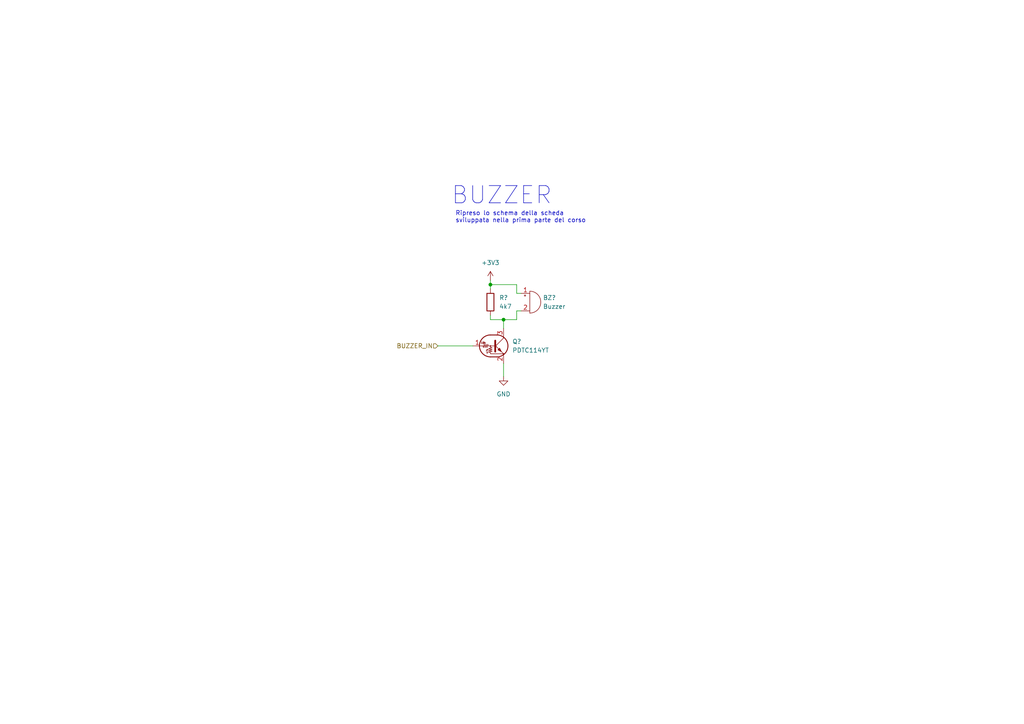
<source format=kicad_sch>
(kicad_sch (version 20211123) (generator eeschema)
  (paper "A4")
  (lib_symbols
    (symbol "Device:Buzzer" (pin_names (offset 0.0254) hide)
      (property "Reference" "BZ" (at 3.81 1.27 0))
      (property "Value" "Buzzer" (at 3.81 -1.27 0))
      (symbol "Buzzer_0_1"
        (arc (start 0 -3.175) (mid 3.175 0) (end 0 3.175))
        (polyline (pts (xy -1.651 1.905) (xy -1.143 1.905)))
        (polyline (pts (xy -1.397 2.159) (xy -1.397 1.651)))
        (polyline (pts (xy 0 3.175) (xy 0 -3.175)))
      )
      (symbol "Buzzer_1_1"
        (pin passive line (at -2.54 2.54 0) (length 2.54) (name "-") (number "1"))
        (pin passive line (at -2.54 -2.54 0) (length 2.54) (name "+") (number "2"))
      )
    )
    (symbol "Device:R" (pin_numbers hide) (pin_names (offset 0))
      (property "Reference" "R" (at 2.032 0 90))
      (property "Value" "R" (at 0 0 90))
      (symbol "R_0_1"
        (rectangle (start -1.016 -2.54) (end 1.016 2.54) (stroke (width 0.254)))
      )
      (symbol "R_1_1"
        (pin passive line (at 0 3.81 270) (length 1.27) (name "~") (number "1"))
        (pin passive line (at 0 -3.81 90) (length 1.27) (name "~") (number "2"))
      )
    )
    (symbol "Transistor_BJT:DTC114Y" (pin_names (offset 0) hide)
      (property "Reference" "Q" (at 5.08 1.905 0))
      (property "Value" "DTC114Y" (at 5.08 0 0))
      (symbol "DTC114Y_0_0"
        (text "10k" (at -3.302 0.889 0) (effects (font (size 0.508 0.508))))
        (text "47k" (at -2.159 -1.524 900) (effects (font (size 0.508 0.508))))
      )
      (symbol "DTC114Y_0_1"
        (circle (center -1.27 0) (radius 0.127))
        (arc (start -1.27 3.175) (mid -4.445 0) (end -1.27 -3.175) (stroke (width 0.254)))
        (polyline (pts (xy -3.429 0) (xy -3.81 0)))
        (polyline (pts (xy -1.27 -3.175) (xy 0.635 -3.175)) (stroke (width 0.254)))
        (polyline (pts (xy -1.27 3.175) (xy 0.635 3.175)) (stroke (width 0.254)))
        (polyline (pts (xy 0 -0.254) (xy 2.54 2.286)))
        (polyline (pts (xy 0.127 1.524) (xy 0.127 -1.651)) (stroke (width 0.508)) (fill (type outline)))
        (polyline (pts (xy 2.54 2.286) (xy 2.54 2.54)))
        (polyline (pts (xy 2.54 -2.286) (xy 0 0.254) (xy 0 0.254)))
        (polyline (pts (xy 0.889 -1.143) (xy 1.397 -0.635) (xy 1.905 -1.651) (xy 0.889 -1.143)) (fill (type outline)))
        (polyline (pts (xy 0 0) (xy -1.905 0) (xy -2.032 0.508) (xy -2.286 -0.508) (xy -2.54 0.508) (xy -2.794 -0.508) (xy -3.048 0.508) (xy -3.302 -0.508) (xy -3.429 0)))
        (polyline (pts (xy -1.27 0) (xy -1.27 -0.381) (xy -0.762 -0.508) (xy -1.778 -0.762) (xy -0.762 -1.016) (xy -1.778 -1.27) (xy -0.762 -1.524) (xy -1.778 -1.778) (xy -1.27 -1.905) (xy -1.27 -2.286) (xy 2.54 -2.286)))
        (arc (start 0.635 -3.175) (mid 3.81 0) (end 0.635 3.175) (stroke (width 0.254)))
        (circle (center 2.54 -2.286) (radius 0.127))
      )
      (symbol "DTC114Y_1_1"
        (pin input line (at -6.35 0 0) (length 2.54) (name "B") (number "1"))
        (pin passive line (at 2.54 -5.08 90) (length 2.54) (name "E") (number "2"))
        (pin passive line (at 2.54 5.08 270) (length 2.54) (name "C") (number "3"))
      )
    )
    (symbol "power:+3V3" (power) (pin_names (offset 0))
      (property "Value" "+3V3" (at 0 3.556 0))
      (symbol "+3V3_0_1"
        (polyline (pts (xy -0.762 1.27) (xy 0 2.54)))
        (polyline (pts (xy 0 0) (xy 0 2.54)))
        (polyline (pts (xy 0 2.54) (xy 0.762 1.27)))
      )
      (symbol "+3V3_1_1"
        (pin power_in line (at 0 0 90) (length 0) hide (name "+3V3") (number "1"))
      )
    )
    (symbol "power:GND" (power) (pin_names (offset 0))
      (property "Value" "GND" (at 0 -3.81 0))
      (symbol "GND_0_1"
        (polyline (pts (xy 0 0) (xy 0 -1.27) (xy 1.27 -1.27) (xy 0 -2.54) (xy -1.27 -1.27) (xy 0 -1.27)))
      )
      (symbol "GND_1_1"
        (pin power_in line (at 0 0 270) (length 0) hide (name "GND") (number "1"))
      )
    )
  )
  (junction (at 146.05 92.71))
  (junction (at 142.24 82.55))
  (wire (pts (xy 142.24 82.55) (xy 142.24 83.82)))
  (wire (pts (xy 146.05 105.41) (xy 146.05 109.22)))
  (wire (pts (xy 149.86 82.55) (xy 149.86 85.09)))
  (wire (pts (xy 149.86 92.71) (xy 149.86 90.17)))
  (wire (pts (xy 142.24 92.71) (xy 146.05 92.71)))
  (wire (pts (xy 149.86 90.17) (xy 151.13 90.17)))
  (wire (pts (xy 142.24 91.44) (xy 142.24 92.71)))
  (wire (pts (xy 127 100.33) (xy 137.16 100.33)))
  (wire (pts (xy 142.24 82.55) (xy 149.86 82.55)))
  (wire (pts (xy 142.24 81.28) (xy 142.24 82.55)))
  (wire (pts (xy 146.05 92.71) (xy 146.05 95.25)))
  (wire (pts (xy 146.05 92.71) (xy 149.86 92.71)))
  (wire (pts (xy 149.86 85.09) (xy 151.13 85.09)))
  (text "Ripreso lo schema della scheda \nsviluppata nella prima parte del corso" (at 132.08 64.77 0) (effects (font (size 1.27 1.27)) (justify left bottom)))
  (text "BUZZER\n" (at 130.81 59.69 0) (effects (font (size 5 5)) (justify left bottom)))
  (hierarchical_label "BUZZER_IN" (shape input) (at 127 100.33 180))
  (symbol (lib_id "power:+3V3") (at 142.24 81.28 0) (unit 1)
    (property "Reference" "#PWR?" (effects hide))
    (property "Value" "+3V3" (at 142.24 76.2 0))
  )
  (symbol (lib_id "Device:R") (at 142.24 87.63 0) (unit 1)
    (property "Reference" "R?" (at 144.78 86.3599 0) (effects (justify left)))
    (property "Value" "4k7" (at 144.78 88.8999 0) (effects (justify left)))
    (property "Footprint" "Resistor_SMD:R_0603_1608Metric" (effects hide))
  )
  (symbol (lib_id "Device:Buzzer") (at 153.67 87.63 0) (unit 1)
    (property "Reference" "BZ?" (at 157.48 86.3599 0) (effects (justify left)))
    (property "Value" "Buzzer" (at 157.48 88.8999 0) (effects (justify left)))
    (property "Footprint" "Buzzer_Beeper:MagneticBuzzer_Kingstate_KCG0601" (effects hide))
  )
  (symbol (lib_id "power:GND") (at 146.05 109.22 0) (unit 1)
    (property "Reference" "#PWR?" (effects hide))
    (property "Value" "GND" (at 146.05 114.3 0))
  )
  (symbol (lib_id "Transistor_BJT:DTC114Y") (at 143.51 100.33 0) (unit 1)
    (property "Reference" "Q?" (at 148.59 99.0599 0) (effects (justify left)))
    (property "Value" "PDTC114YT" (at 148.59 101.5999 0) (effects (justify left)))
    (property "Footprint" "Package_TO_SOT_SMD:SOT-23" (effects hide))
  )
)
</source>
